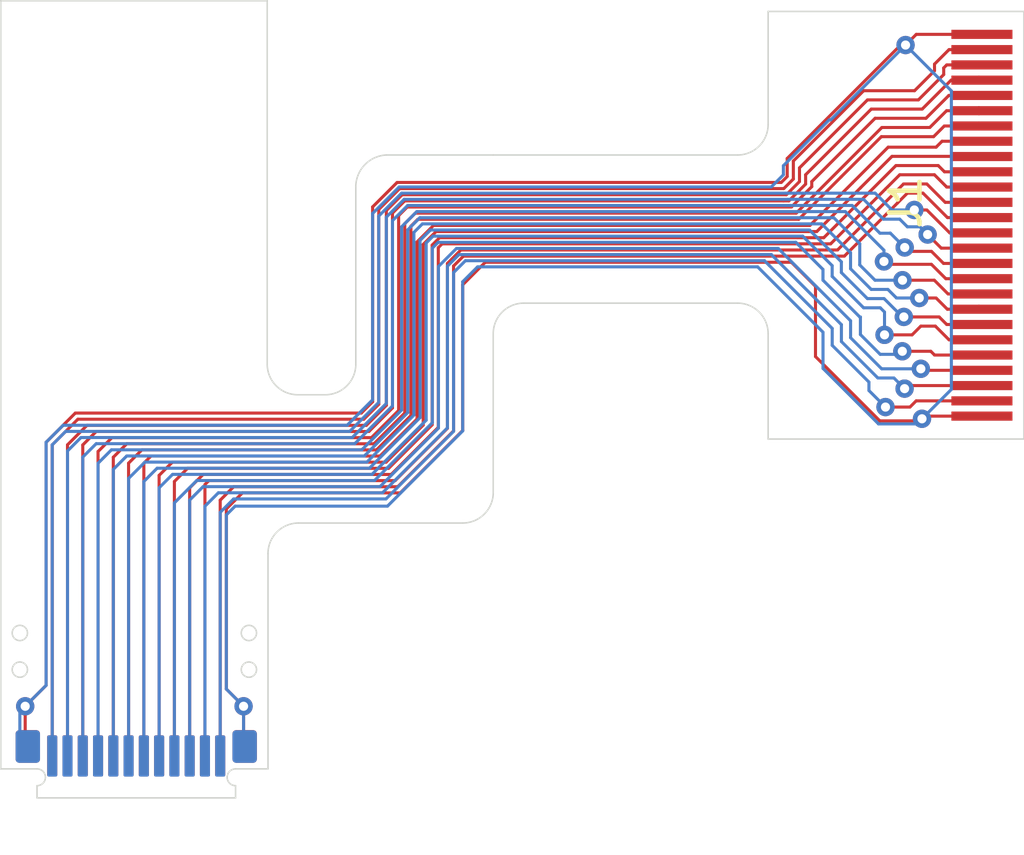
<source format=kicad_pcb>
(kicad_pcb (version 20241229) (generator "pcbnew") (generator_version "9.0")
  (layers (0 "F.Cu" signal) (2 "B.Cu" signal) (13 "F.Paste" user) (15 "B.Paste" user) (5 "F.SilkS" user "F.Silkscreen") (7 "B.SilkS" user "B.Silkscreen") (1 "F.Mask" user) (3 "B.Mask" user) (25 "Edge.Cuts" user))
  (net 0 "")
  (net 1 "Net-(U2-23)")
  (net 2 "Net-(U2-21)")
  (net 3 "Net-(U1-1)")
  (net 4 "Net-(U2-14)")
  (net 5 "Net-(U1-11)")
  (net 6 "Net-(U1-8)")
  (net 7 "Net-(U1-4)")
  (net 8 "Net-(U1-7)")
  (net 9 "Net-(U1-6)")
  (net 10 "Net-(U2-18)")
  (net 11 "Net-(U2-16)")
  (net 12 "Net-(U2-13)")
  (net 13 "Net-(U1-10)")
  (net 14 "Net-(U1-2)")
  (net 15 "Net-(U1-5)")
  (net 16 "Net-(U1-0)")
  (net 17 "Net-(U2-20)")
  (net 18 "Net-(U2-22)")
  (net 19 "Net-(U2-17)")
  (net 20 "Net-(U2-15)")
  (net 21 "GND")
  (net 22 "Net-(U2-19)")
  (net 23 "Net-(U2-12)")
  (net 24 "Net-(U1-9)")
  (net 25 "Net-(U1-3)")
  (footprint "USBPlug:699C124-2A6-111 USB Plug_first half" (layer "F.Cu") (at 135.06 92.225)
    (property "Reference" "U1" (hide yes))
    (property "Value" "~" (hide yes))
    (pad "0" smd roundrect (at -2.5 3) (size 0.33 1.35) (layers "F.Cu" "F.Mask" "F.Paste") (roundrect_rratio 0.1515151515) (net 16 "Net-(U1-0)"))
    (pad "1" smd roundrect (at -2 3) (size 0.33 1.35) (layers "F.Cu" "F.Mask" "F.Paste") (roundrect_rratio 0.1515151515) (net 3 "Net-(U1-1)"))
    (pad "2" smd roundrect (at -1.5 3) (size 0.33 1.35) (layers "F.Cu" "F.Mask" "F.Paste") (roundrect_rratio 0.1515151515) (net 14 "Net-(U1-2)"))
    (pad "3" smd roundrect (at -1 3) (size 0.33 1.35) (layers "F.Cu" "F.Mask" "F.Paste") (roundrect_rratio 0.1515151515) (net 25 "Net-(U1-3)"))
    (pad "4" smd roundrect (at -0.5 3) (size 0.33 1.35) (layers "F.Cu" "F.Mask" "F.Paste") (roundrect_rratio 0.1515151515) (net 7 "Net-(U1-4)"))
    (pad "5" smd roundrect (at 0 3) (size 0.33 1.35) (layers "F.Cu" "F.Mask" "F.Paste") (roundrect_rratio 0.1515151515) (net 15 "Net-(U1-5)"))
    (pad "6" smd roundrect (at 0.5 3) (size 0.33 1.35) (layers "F.Cu" "F.Mask" "F.Paste") (roundrect_rratio 0.1515151515) (net 9 "Net-(U1-6)"))
    (pad "7" smd roundrect (at 1 3) (size 0.33 1.35) (layers "F.Cu" "F.Mask" "F.Paste") (roundrect_rratio 0.1515151515) (net 8 "Net-(U1-7)"))
    (pad "8" smd roundrect (at 1.5 3) (size 0.33 1.35) (layers "F.Cu" "F.Mask" "F.Paste") (roundrect_rratio 0.1515151515) (net 6 "Net-(U1-8)"))
    (pad "9" smd roundrect (at 2 3) (size 0.33 1.35) (layers "F.Cu" "F.Mask" "F.Paste") (roundrect_rratio 0.1515151515) (net 24 "Net-(U1-9)"))
    (pad "10" smd roundrect (at 2.5 3) (size 0.33 1.35) (layers "F.Cu" "F.Mask" "F.Paste") (roundrect_rratio 0.1515151515) (net 13 "Net-(U1-10)"))
    (pad "11" smd roundrect (at 3 3) (size 0.33 1.35) (layers "F.Cu" "F.Mask" "F.Paste") (roundrect_rratio 0.1515151515) (net 5 "Net-(U1-11)"))
    (pad "24" smd roundrect (at -3 3 180) (size 0.8 1.07) (drill (offset 0.3 0.31)) (layers "F.Cu" "F.Mask" "F.Paste") (roundrect_rratio 0.15) (net 21 "GND"))
    (pad "25" smd roundrect (at 3.5 3) (size 0.8 1.07) (drill (offset 0.3 -0.31)) (layers "F.Cu" "F.Mask" "F.Paste") (roundrect_rratio 0.15) (net 21 "GND"))
  )
  (footprint "FPC Connector:FPC_Connector_Kontakte" (layer "F.Cu") (at 159.65 77.85 -90)
    (property "Reference" "J1" (at -0.75 -0.85 90) (layer "F.SilkS"))
    (property "Value" "6871XX149022_FPC Connector" (hide yes))
    (pad "1" connect rect (at -6.25 -3.35 270) (size 0.3 2) (layers "F.Cu" "F.Mask") (net 21 "GND"))
    (pad "2" connect rect (at -5.75 -3.35 270) (size 0.3 2) (layers "F.Cu" "F.Mask") (net 16 "Net-(U1-0)"))
    (pad "3" connect rect (at -5.25 -3.35 270) (size 0.3 2) (layers "F.Cu" "F.Mask") (net 3 "Net-(U1-1)"))
    (pad "4" connect rect (at -4.75 -3.35 270) (size 0.3 2) (layers "F.Cu" "F.Mask") (net 14 "Net-(U1-2)"))
    (pad "5" connect rect (at -4.25 -3.35 270) (size 0.3 2) (layers "F.Cu" "F.Mask") (net 25 "Net-(U1-3)"))
    (pad "6" connect rect (at -3.75 -3.35 270) (size 0.3 2) (layers "F.Cu" "F.Mask") (net 7 "Net-(U1-4)"))
    (pad "7" connect rect (at -3.25 -3.35 270) (size 0.3 2) (layers "F.Cu" "F.Mask") (net 15 "Net-(U1-5)"))
    (pad "8" connect rect (at -2.75 -3.35 270) (size 0.3 2) (layers "F.Cu" "F.Mask") (net 9 "Net-(U1-6)"))
    (pad "9" connect rect (at -2.25 -3.35 270) (size 0.3 2) (layers "F.Cu" "F.Mask") (net 8 "Net-(U1-7)"))
    (pad "10" connect rect (at -1.75 -3.35 270) (size 0.3 2) (layers "F.Cu" "F.Mask") (net 6 "Net-(U1-8)"))
    (pad "11" connect rect (at -1.25 -3.35 270) (size 0.3 2) (layers "F.Cu" "F.Mask") (net 24 "Net-(U1-9)"))
    (pad "12" connect rect (at -0.75 -3.35 270) (size 0.3 2) (layers "F.Cu" "F.Mask") (net 13 "Net-(U1-10)"))
    (pad "13" connect rect (at -0.25 -3.35 270) (size 0.3 2) (layers "F.Cu" "F.Mask") (net 5 "Net-(U1-11)"))
    (pad "14" connect rect (at 0.25 -3.35 270) (size 0.3 2) (layers "F.Cu" "F.Mask") (net 23 "Net-(U2-12)"))
    (pad "15" connect rect (at 0.75 -3.35 270) (size 0.3 2) (layers "F.Cu" "F.Mask") (net 12 "Net-(U2-13)"))
    (pad "16" connect rect (at 1.25 -3.35 270) (size 0.3 2) (layers "F.Cu" "F.Mask") (net 4 "Net-(U2-14)"))
    (pad "17" connect rect (at 1.75 -3.35 270) (size 0.3 2) (layers "F.Cu" "F.Mask") (net 20 "Net-(U2-15)"))
    (pad "18" connect rect (at 2.25 -3.35 270) (size 0.3 2) (layers "F.Cu" "F.Mask") (net 11 "Net-(U2-16)"))
    (pad "19" connect rect (at 2.75 -3.35 270) (size 0.3 2) (layers "F.Cu" "F.Mask") (net 19 "Net-(U2-17)"))
    (pad "20" connect rect (at 3.25 -3.35 270) (size 0.3 2) (layers "F.Cu" "F.Mask") (net 10 "Net-(U2-18)"))
    (pad "21" connect rect (at 3.75 -3.35 270) (size 0.3 2) (layers "F.Cu" "F.Mask") (net 22 "Net-(U2-19)"))
    (pad "22" connect rect (at 4.25 -3.35 270) (size 0.3 2) (layers "F.Cu" "F.Mask") (net 17 "Net-(U2-20)"))
    (pad "23" connect rect (at 4.75 -3.35 270) (size 0.3 2) (layers "F.Cu" "F.Mask") (net 2 "Net-(U2-21)"))
    (pad "24" connect rect (at 5.25 -3.35 270) (size 0.3 2) (layers "F.Cu" "F.Mask") (net 18 "Net-(U2-22)"))
    (pad "25" connect rect (at 5.75 -3.35 270) (size 0.3 2) (layers "F.Cu" "F.Mask") (net 1 "Net-(U2-23)"))
    (pad "26" connect rect (at 6.25 -3.35 270) (size 0.3 2) (layers "F.Cu" "F.Mask") (net 21 "GND"))
  )
  (footprint "USBPlug:699C124-2A6-111 USB Plug_second half" (layer "B.Cu") (at 135.0604 98.2278)
    (property "Reference" "U2" (hide yes))
    (property "Value" "~")
    (pad "12" smd roundrect (at -2.5 -3) (size 0.33 1.35) (layers "B.Cu" "B.Mask" "B.Paste") (roundrect_rratio 0.1515151515) (net 23 "Net-(U2-12)"))
    (pad "13" smd roundrect (at -2 -3) (size 0.33 1.35) (layers "B.Cu" "B.Mask" "B.Paste") (roundrect_rratio 0.1515151515) (net 12 "Net-(U2-13)"))
    (pad "14" smd roundrect (at -1.5 -3) (size 0.33 1.35) (layers "B.Cu" "B.Mask" "B.Paste") (roundrect_rratio 0.1515151515) (net 4 "Net-(U2-14)"))
    (pad "15" smd roundrect (at -1 -3) (size 0.33 1.35) (layers "B.Cu" "B.Mask" "B.Paste") (roundrect_rratio 0.1515151515) (net 20 "Net-(U2-15)"))
    (pad "16" smd roundrect (at -0.5 -3) (size 0.33 1.35) (layers "B.Cu" "B.Mask" "B.Paste") (roundrect_rratio 0.1515151515) (net 11 "Net-(U2-16)"))
    (pad "17" smd roundrect (at 0 -3) (size 0.33 1.35) (layers "B.Cu" "B.Mask" "B.Paste") (roundrect_rratio 0.1515151515) (net 19 "Net-(U2-17)"))
    (pad "18" smd roundrect (at 0.5 -3) (size 0.33 1.35) (layers "B.Cu" "B.Mask" "B.Paste") (roundrect_rratio 0.1515151515) (net 10 "Net-(U2-18)"))
    (pad "19" smd roundrect (at 1 -3) (size 0.33 1.35) (layers "B.Cu" "B.Mask" "B.Paste") (roundrect_rratio 0.1515151515) (net 22 "Net-(U2-19)"))
    (pad "20" smd roundrect (at 1.5 -3) (size 0.33 1.35) (layers "B.Cu" "B.Mask" "B.Paste") (roundrect_rratio 0.1515151515) (net 17 "Net-(U2-20)"))
    (pad "21" smd roundrect (at 2 -3) (size 0.33 1.35) (layers "B.Cu" "B.Mask" "B.Paste") (roundrect_rratio 0.1515151515) (net 2 "Net-(U2-21)"))
    (pad "22" smd roundrect (at 2.5 -3) (size 0.33 1.35) (layers "B.Cu" "B.Mask" "B.Paste") (roundrect_rratio 0.1515151515) (net 18 "Net-(U2-22)"))
    (pad "23" smd roundrect (at 3 -3) (size 0.33 1.35) (layers "B.Cu" "B.Mask" "B.Paste") (roundrect_rratio 0.1515151515) (net 1 "Net-(U2-23)"))
    (pad "26" smd roundrect (at -3 -3.3 180) (size 0.8 1.07) (drill (offset 0.3 0.01)) (layers "B.Cu" "B.Mask" "B.Paste") (roundrect_rratio 0.15) (net 21 "GND"))
    (pad "27" smd roundrect (at 3.5 -3.3) (size 0.8 1.07) (drill (offset 0.3 -0.01)) (layers "B.Cu" "B.Mask" "B.Paste") (roundrect_rratio 0.15) (net 21 "GND"))
  )
  (gr_line (start 131.5 94.8) (end 131.5 93.6) (stroke (width 0.1)) (layer "B.Cu") (net 21))
  (gr_arc (start 147 86.6) (mid 146.707107 87.307107) (end 146 87.6) (stroke (width 0.05)) (layer "Edge.Cuts"))
  (gr_line (start 132.0625 96.2) (end 132.0625 96.6) (stroke (width 0.05)) (layer "Edge.Cuts"))
  (gr_line (start 138.5625 96.2) (end 138.5625 96.6) (stroke (width 0.05)) (layer "Edge.Cuts"))
  (gr_circle (center 139 92.4) (end 138.75 92.4) (stroke (width 0.05)) (fill no) (layer "Edge.Cuts"))
  (gr_arc (start 140.6 83.4) (mid 139.892893 83.107107) (end 139.6 82.4) (stroke (width 0.05)) (layer "Edge.Cuts"))
  (gr_line (start 142.5 82.4) (end 142.5 76.6) (stroke (width 0.05)) (layer "Edge.Cuts"))
  (gr_line (start 140.6 83.4) (end 141.5 83.4) (stroke (width 0.05)) (layer "Edge.Cuts"))
  (gr_line (start 155 75.55) (end 147 75.55) (stroke (width 0.05)) (layer "Edge.Cuts"))
  (gr_line (start 139.6 70.5) (end 130.875 70.5) (stroke (width 0.05)) (layer "Edge.Cuts"))
  (gr_arc (start 155 80.4) (mid 155.707107 80.692893) (end 156 81.4) (stroke (width 0.05)) (layer "Edge.Cuts"))
  (gr_line (start 148 80.4) (end 155 80.4) (stroke (width 0.05)) (layer "Edge.Cuts"))
  (gr_line (start 140.625 87.6) (end 146 87.6) (stroke (width 0.05)) (layer "Edge.Cuts"))
  (gr_arc (start 132.0625 95.65) (mid 132.3375 95.925) (end 132.0625 96.2) (stroke (width 0.05)) (layer "Edge.Cuts"))
  (gr_circle (center 131.5 91.2) (end 131.25 91.2) (stroke (width 0.05)) (fill no) (layer "Edge.Cuts"))
  (gr_arc (start 156 74.55) (mid 155.707107 75.257107) (end 155 75.55) (stroke (width 0.05)) (layer "Edge.Cuts"))
  (gr_line (start 147 86.6) (end 147 81.4) (stroke (width 0.05)) (layer "Edge.Cuts"))
  (gr_line (start 132.0625 95.65) (end 130.875 95.65) (stroke (width 0.05)) (layer "Edge.Cuts"))
  (gr_line (start 138.5625 95.65) (end 139.625 95.65) (stroke (width 0.05)) (layer "Edge.Cuts"))
  (gr_arc (start 138.5625 96.2) (mid 138.2875 95.925) (end 138.5625 95.65) (stroke (width 0.05)) (layer "Edge.Cuts"))
  (gr_line (start 156 81.4) (end 156 84.85) (stroke (width 0.05)) (layer "Edge.Cuts"))
  (gr_line (start 156 70.85) (end 156 74.55) (stroke (width 0.05)) (layer "Edge.Cuts"))
  (gr_arc (start 147 81.4) (mid 147.292893 80.692893) (end 148 80.4) (stroke (width 0.05)) (layer "Edge.Cuts"))
  (gr_circle (center 131.5 92.4) (end 131.25 92.4) (stroke (width 0.05)) (fill no) (layer "Edge.Cuts"))
  (gr_line (start 164.375 84.85) (end 164.375 70.85) (stroke (width 0.05)) (layer "Edge.Cuts"))
  (gr_line (start 156 84.85) (end 164.375 84.85) (stroke (width 0.05)) (layer "Edge.Cuts"))
  (gr_line (start 139.6 82.4) (end 139.6 70.5) (stroke (width 0.05)) (layer "Edge.Cuts"))
  (gr_line (start 138.5625 96.6) (end 132.0625 96.6) (stroke (width 0.05)) (layer "Edge.Cuts"))
  (gr_arc (start 142.49881 76.6) (mid 142.789224 75.874589) (end 143.5 75.55) (stroke (width 0.05)) (layer "Edge.Cuts"))
  (gr_line (start 164.375 70.85) (end 156 70.85) (stroke (width 0.05)) (layer "Edge.Cuts"))
  (gr_arc (start 142.5 82.4) (mid 142.207107 83.107107) (end 141.5 83.4) (stroke (width 0.05)) (layer "Edge.Cuts"))
  (gr_circle (center 139 91.2) (end 138.75 91.2) (stroke (width 0.05)) (fill no) (layer "Edge.Cuts"))
  (gr_line (start 139.625 95.65) (end 139.625 88.6) (stroke (width 0.05)) (layer "Edge.Cuts"))
  (gr_arc (start 139.625 88.6) (mid 139.917893 87.892893) (end 140.625 87.6) (stroke (width 0.05)) (layer "Edge.Cuts"))
  (gr_line (start 147 75.55) (end 143.5 75.55) (stroke (width 0.05)) (layer "Edge.Cuts"))
  (gr_line (start 130.875 95.65) (end 130.875 70.5) (stroke (width 0.05)) (layer "Edge.Cuts"))
  (segment (start 159.842933 83.80355) (end 160.643717 83.80355) (width 0.1) (layer "F.Cu") (net 1))
  (segment (start 160.643717 83.80355) (end 160.847267 83.6) (width 0.1) (layer "F.Cu") (net 1))
  (segment (start 160.847267 83.6) (end 163 83.6) (width 0.1) (layer "F.Cu") (net 1))
  (via (at 159.842933 83.80355) (size 0.6) (drill 0.3) (layers "F.Cu" "B.Cu") (net 1))
  (segment (start 145.701 79.399) (end 146.089 79.011) (width 0.1) (layer "B.Cu") (net 1))
  (segment (start 159.301 83.261617) (end 159.842933 83.80355) (width 0.1) (layer "B.Cu") (net 1))
  (segment (start 138.0604 87.2506) (end 138.5 86.811) (width 0.1) (layer "B.Cu") (net 1))
  (segment (start 159.301 82.985084) (end 159.301 83.261617) (width 0.1) (layer "B.Cu") (net 1))
  (segment (start 145.701 84.599) (end 145.701 79.399) (width 0.1) (layer "B.Cu") (net 1))
  (segment (start 158.098288 81.782372) (end 159.301 82.985084) (width 0.1) (layer "B.Cu") (net 1))
  (segment (start 156.035127 79.164873) (end 158.098288 81.228034) (width 0.1) (layer "B.Cu") (net 1))
  (segment (start 155.881254 79.011) (end 156.035127 79.164873) (width 0.1) (layer "B.Cu") (net 1))
  (segment (start 143.489 86.811) (end 145.701 84.599) (width 0.1) (layer "B.Cu") (net 1))
  (segment (start 146.089 79.011) (end 155.881254 79.011) (width 0.1) (layer "B.Cu") (net 1))
  (segment (start 138.0604 95.2278) (end 138.0604 87.2506) (width 0.1) (layer "B.Cu") (net 1))
  (segment (start 158.098288 81.228034) (end 158.098288 81.782372) (width 0.1) (layer "B.Cu") (net 1))
  (segment (start 138.5 86.811) (end 143.489 86.811) (width 0.1) (layer "B.Cu") (net 1))
  (segment (start 161.05 82.6) (end 163 82.6) (width 0.1) (layer "F.Cu") (net 2))
  (segment (start 161 82.55) (end 161.05 82.6) (width 0.1) (layer "F.Cu") (net 2))
  (via (at 161 82.55) (size 0.6) (drill 0.3) (layers "F.Cu" "B.Cu") (net 2))
  (segment (start 137.5 86.409) (end 143.291 86.409) (width 0.1) (layer "B.Cu") (net 2))
  (segment (start 158.700288 80.978678) (end 158.700288 81.533016) (width 0.1) (layer "B.Cu") (net 2))
  (segment (start 145.797001 78.609) (end 156.33061 78.609) (width 0.1) (layer "B.Cu") (net 2))
  (segment (start 159.717272 82.55) (end 161 82.55) (width 0.1) (layer "B.Cu") (net 2))
  (segment (start 137.0604 95.2278) (end 137.0604 86.8486) (width 0.1) (layer "B.Cu") (net 2))
  (segment (start 137.0604 86.8486) (end 137.5 86.409) (width 0.1) (layer "B.Cu") (net 2))
  (segment (start 156.33061 78.609) (end 158.700288 80.978678) (width 0.1) (layer "B.Cu") (net 2))
  (segment (start 143.291 86.409) (end 145.206003 84.493997) (width 0.1) (layer "B.Cu") (net 2))
  (segment (start 145.206003 84.493997) (end 145.206001 79.2) (width 0.1) (layer "B.Cu") (net 2))
  (segment (start 145.206001 79.2) (end 145.797001 78.609) (width 0.1) (layer "B.Cu") (net 2))
  (segment (start 158.700288 81.533016) (end 159.717272 82.55) (width 0.1) (layer "B.Cu") (net 2))
  (segment (start 160.91961 73.746) (end 161.749 72.91661) (width 0.1) (layer "F.Cu") (net 3))
  (segment (start 161.848 72.6) (end 163 72.6) (width 0.1) (layer "F.Cu") (net 3))
  (segment (start 143.5 77.368512) (end 144.017512 76.851) (width 0.1) (layer "F.Cu") (net 3))
  (segment (start 161.749 72.699) (end 161.848 72.6) (width 0.1) (layer "F.Cu") (net 3))
  (segment (start 156.596069 76.851) (end 157.027 76.420066) (width 0.1) (layer "F.Cu") (net 3))
  (segment (start 159.252644 73.746) (end 160.91961 73.746) (width 0.1) (layer "F.Cu") (net 3))
  (segment (start 144.017512 76.851) (end 156.596069 76.851) (width 0.1) (layer "F.Cu") (net 3))
  (segment (start 133.06 85.04) (end 133.698 84.402) (width 0.1) (layer "F.Cu") (net 3))
  (segment (start 142.845746 84.402) (end 143.5 83.747746) (width 0.1) (layer "F.Cu") (net 3))
  (segment (start 133.06 95.225) (end 133.06 85.04) (width 0.1) (layer "F.Cu") (net 3))
  (segment (start 161.749 72.91661) (end 161.749 72.699) (width 0.1) (layer "F.Cu") (net 3))
  (segment (start 157.027 75.971644) (end 159.252644 73.746) (width 0.1) (layer "F.Cu") (net 3))
  (segment (start 143.5 83.747746) (end 143.5 77.368512) (width 0.1) (layer "F.Cu") (net 3))
  (segment (start 133.698 84.402) (end 142.845746 84.402) (width 0.1) (layer "F.Cu") (net 3))
  (segment (start 157.027 76.420066) (end 157.027 75.971644) (width 0.1) (layer "F.Cu") (net 3))
  (segment (start 161.348131 78.704983) (end 161.743148 79.1) (width 0.1) (layer "F.Cu") (net 4))
  (segment (start 160.598166 78.704983) (end 161.348131 78.704983) (width 0.1) (layer "F.Cu") (net 4))
  (segment (start 161.743148 79.1) (end 163 79.1) (width 0.1) (layer "F.Cu") (net 4))
  (segment (start 160.471591 78.578409) (end 160.598166 78.704983) (width 0.1) (layer "F.Cu") (net 4))
  (via (at 160.471591 78.578409) (size 0.6) (drill 0.3) (layers "F.Cu" "B.Cu") (net 4))
  (segment (start 133.5604 85.4416) (end 134 85.002) (width 0.1) (layer "B.Cu") (net 4))
  (segment (start 159.995707 78.11111) (end 160 78.106817) (width 0.1) (layer "B.Cu") (net 4))
  (segment (start 143.701 77.699) (end 144.198 77.202) (width 0.1) (layer "B.Cu") (net 4))
  (segment (start 160 78.106817) (end 160.471591 78.578409) (width 0.1) (layer "B.Cu") (net 4))
  (segment (start 134 85.002) (end 142.466512 85.002) (width 0.1) (layer "B.Cu") (net 4))
  (segment (start 158.752 77.202) (end 159.66111 78.11111) (width 0.1) (layer "B.Cu") (net 4))
  (segment (start 142.466512 85.002) (end 143.701 83.767512) (width 0.1) (layer "B.Cu") (net 4))
  (segment (start 143.701 83.767512) (end 143.701 77.699) (width 0.1) (layer "B.Cu") (net 4))
  (segment (start 159.66111 78.11111) (end 159.995707 78.11111) (width 0.1) (layer "B.Cu") (net 4))
  (segment (start 144.198 77.202) (end 158.752 77.202) (width 0.1) (layer "B.Cu") (net 4))
  (segment (start 133.5604 95.2278) (end 133.5604 85.4416) (width 0.1) (layer "B.Cu") (net 4))
  (segment (start 161.872322 77.6) (end 163 77.6) (width 0.1) (layer "F.Cu") (net 5))
  (segment (start 138.06 95.225) (end 138.06 86.852) (width 0.1) (layer "F.Cu") (net 5))
  (segment (start 160.236 77.121768) (end 160.558768 76.799) (width 0.1) (layer "F.Cu") (net 5))
  (segment (start 161.071322 76.799) (end 161.872322 77.6) (width 0.1) (layer "F.Cu") (net 5))
  (segment (start 145.701 84.583256) (end 145.701 79.183256) (width 0.1) (layer "F.Cu") (net 5))
  (segment (start 143.872256 86.412) (end 145.701 84.583256) (width 0.1) (layer "F.Cu") (net 5))
  (segment (start 146.023256 78.861) (end 158.496768 78.861) (width 0.1) (layer "F.Cu") (net 5))
  (segment (start 145.701 79.183256) (end 146.023256 78.861) (width 0.1) (layer "F.Cu") (net 5))
  (segment (start 138.5 86.412) (end 143.872256 86.412) (width 0.1) (layer "F.Cu") (net 5))
  (segment (start 160.558768 76.799) (end 161.071322 76.799) (width 0.1) (layer "F.Cu") (net 5))
  (segment (start 138.06 86.852) (end 138.5 86.412) (width 0.1) (layer "F.Cu") (net 5))
  (segment (start 158.496768 78.861) (end 160.236 77.121768) (width 0.1) (layer "F.Cu") (net 5))
  (segment (start 136.56 95.225) (end 136.56 86.24) (width 0.1) (layer "F.Cu") (net 6))
  (segment (start 143.575256 85.809) (end 145 84.384256) (width 0.1) (layer "F.Cu") (net 6))
  (segment (start 136.56 86.24) (end 136.991 85.809) (width 0.1) (layer "F.Cu") (net 6))
  (segment (start 161.773678 76.1) (end 163 76.1) (width 0.1) (layer "F.Cu") (net 6))
  (segment (start 145 84.384256) (end 145 78.5) (width 0.1) (layer "F.Cu") (net 6))
  (segment (start 159.334 76.746734) (end 160.184734 75.896) (width 0.1) (layer "F.Cu") (net 6))
  (segment (start 157.822734 78.258) (end 159.334 76.746734) (width 0.1) (layer "F.Cu") (net 6))
  (segment (start 145 78.5) (end 145.242 78.258) (width 0.1) (layer "F.Cu") (net 6))
  (segment (start 136.991 85.809) (end 143.575256 85.809) (width 0.1) (layer "F.Cu") (net 6))
  (segment (start 161.569678 75.896) (end 161.773678 76.1) (width 0.1) (layer "F.Cu") (net 6))
  (segment (start 145.242 78.258) (end 157.822734 78.258) (width 0.1) (layer "F.Cu") (net 6))
  (segment (start 160.184734 75.896) (end 161.569678 75.896) (width 0.1) (layer "F.Cu") (net 6))
  (segment (start 143.095517 85.005) (end 144.103002 83.997514) (width 0.1) (layer "F.Cu") (net 7))
  (segment (start 144.103 77.797) (end 144.446 77.454) (width 0.1) (layer "F.Cu") (net 7))
  (segment (start 161.293644 74.649) (end 161.842644 74.1) (width 0.1) (layer "F.Cu") (net 7))
  (segment (start 162.901 74.199) (end 163 74.1) (width 0.1) (layer "F.Cu") (net 7))
  (segment (start 135 85.005) (end 143.095517 85.005) (width 0.1) (layer "F.Cu") (net 7))
  (segment (start 161.842644 74.1) (end 163 74.1) (width 0.1) (layer "F.Cu") (net 7))
  (segment (start 134.56 95.225) (end 134.56 85.445) (width 0.1) (layer "F.Cu") (net 7))
  (segment (start 144.446 77.454) (end 156.918966 77.454) (width 0.1) (layer "F.Cu") (net 7))
  (segment (start 134.56 85.445) (end 135 85.005) (width 0.1) (layer "F.Cu") (net 7))
  (segment (start 162.901 74.001) (end 163 74.1) (width 0.1) (layer "F.Cu") (net 7))
  (segment (start 144.103002 83.997514) (end 144.103 77.797) (width 0.1) (layer "F.Cu") (net 7))
  (segment (start 159.723966 74.649) (end 161.293644 74.649) (width 0.1) (layer "F.Cu") (net 7))
  (segment (start 156.918966 77.454) (end 159.723966 74.649) (width 0.1) (layer "F.Cu") (net 7))
  (segment (start 144.706003 84.393997) (end 144.706002 78.478254) (width 0.1) (layer "F.Cu") (net 8))
  (segment (start 136.06 86.04) (end 136.492 85.608) (width 0.1) (layer "F.Cu") (net 8))
  (segment (start 136.492 85.608) (end 143.492 85.608) (width 0.1) (layer "F.Cu") (net 8))
  (segment (start 162.995 75.595) (end 163 75.6) (width 0.1) (layer "F.Cu") (net 8))
  (segment (start 136.06 95.225) (end 136.06 86.04) (width 0.1) (layer "F.Cu") (net 8))
  (segment (start 160.055 75.595) (end 162.995 75.595) (width 0.1) (layer "F.Cu") (net 8))
  (segment (start 162.901 75.501) (end 163 75.6) (width 0.1) (layer "F.Cu") (net 8))
  (segment (start 157.593 78.057) (end 159.033 76.617) (width 0.1) (layer "F.Cu") (net 8))
  (segment (start 159.033 76.617) (end 160.055 75.595) (width 0.1) (layer "F.Cu") (net 8))
  (segment (start 144.706002 78.478254) (end 145.127256 78.057) (width 0.1) (layer "F.Cu") (net 8))
  (segment (start 143.492 85.608) (end 144.706003 84.393997) (width 0.1) (layer "F.Cu") (net 8))
  (segment (start 145.127256 78.057) (end 157.593 78.057) (width 0.1) (layer "F.Cu") (net 8))
  (segment (start 143.293 85.407) (end 144.505003 84.194997) (width 0.1) (layer "F.Cu") (net 9))
  (segment (start 145.044 77.856) (end 157.368322 77.856) (width 0.1) (layer "F.Cu") (net 9))
  (segment (start 158.762161 76.462161) (end 159.930322 75.294) (width 0.1) (layer "F.Cu") (net 9))
  (segment (start 135.56 85.64) (end 135.793 85.407) (width 0.1) (layer "F.Cu") (net 9))
  (segment (start 135.56 95.225) (end 135.56 85.64) (width 0.1) (layer "F.Cu") (net 9))
  (segment (start 135.793 85.407) (end 143.293 85.407) (width 0.1) (layer "F.Cu") (net 9))
  (segment (start 144.505003 84.194997) (end 144.505002 78.394998) (width 0.1) (layer "F.Cu") (net 9))
  (segment (start 161.5 75.294) (end 161.694 75.1) (width 0.1) (layer "F.Cu") (net 9))
  (segment (start 159.930322 75.294) (end 161.5 75.294) (width 0.1) (layer "F.Cu") (net 9))
  (segment (start 157.368322 77.856) (end 158.762161 76.462161) (width 0.1) (layer "F.Cu") (net 9))
  (segment (start 161.694 75.1) (end 163 75.1) (width 0.1) (layer "F.Cu") (net 9))
  (segment (start 144.505002 78.394998) (end 145.044 77.856) (width 0.1) (layer "F.Cu") (net 9))
  (segment (start 160.442955 80.85221) (end 161.60021 80.85221) (width 0.1) (layer "F.Cu") (net 10))
  (segment (start 161.848 81.1) (end 163 81.1) (width 0.1) (layer "F.Cu") (net 10))
  (segment (start 161.60021 80.85221) (end 161.848 81.1) (width 0.1) (layer "F.Cu") (net 10))
  (via (at 160.442955 80.85221) (size 0.6) (drill 0.3) (layers "F.Cu" "B.Cu") (net 10))
  (segment (start 144.603001 84.149769) (end 144.603001 78.346999) (width 0.1) (layer "B.Cu") (net 10))
  (segment (start 157.356 78.006) (end 158.398 79.048) (width 0.1) (layer "B.Cu") (net 10))
  (segment (start 159.79709 80.252) (end 160.3973 80.85221) (width 0.1) (layer "B.Cu") (net 10))
  (segment (start 144.944 78.006) (end 157.356 78.006) (width 0.1) (layer "B.Cu") (net 10))
  (segment (start 135.994 85.806) (end 142.946771 85.806) (width 0.1) (layer "B.Cu") (net 10))
  (segment (start 135.5604 86.2396) (end 135.994 85.806) (width 0.1) (layer "B.Cu") (net 10))
  (segment (start 135.5604 95.2278) (end 135.5604 86.2396) (width 0.1) (layer "B.Cu") (net 10))
  (segment (start 144.603001 78.346999) (end 144.944 78.006) (width 0.1) (layer "B.Cu") (net 10))
  (segment (start 159.250644 80.252) (end 159.79709 80.252) (width 0.1) (layer "B.Cu") (net 10))
  (segment (start 158.398 79.399356) (end 159.250644 80.252) (width 0.1) (layer "B.Cu") (net 10))
  (segment (start 160.3973 80.85221) (end 160.442955 80.85221) (width 0.1) (layer "B.Cu") (net 10))
  (segment (start 142.946771 85.806) (end 144.603001 84.149769) (width 0.1) (layer "B.Cu") (net 10))
  (segment (start 158.398 79.048) (end 158.398 79.399356) (width 0.1) (layer "B.Cu") (net 10))
  (segment (start 161.891792 80.1) (end 163 80.1) (width 0.1) (layer "F.Cu") (net 11))
  (segment (start 162.901 80.001) (end 163 80.1) (width 0.1) (layer "F.Cu") (net 11))
  (segment (start 160.4 79.65) (end 161.441792 79.65) (width 0.1) (layer "F.Cu") (net 11))
  (segment (start 161.441792 79.65) (end 161.891792 80.1) (width 0.1) (layer "F.Cu") (net 11))
  (via (at 160.4 79.65) (size 0.6) (drill 0.3) (layers "F.Cu" "B.Cu") (net 11))
  (segment (start 159 79.15) (end 159.5 79.65) (width 0.1) (layer "B.Cu") (net 11))
  (segment (start 144.201 83.983256) (end 144.201 78) (width 0.1) (layer "B.Cu") (net 11))
  (segment (start 144.201 78) (end 144.597 77.604) (width 0.1) (layer "B.Cu") (net 11))
  (segment (start 159 78.454) (end 159 79.15) (width 0.1) (layer "B.Cu") (net 11))
  (segment (start 134.5604 95.2278) (end 134.5604 85.8436) (width 0.1) (layer "B.Cu") (net 11))
  (segment (start 158.15 77.604) (end 159 78.454) (width 0.1) (layer "B.Cu") (net 11))
  (segment (start 134.5604 85.8436) (end 135 85.404) (width 0.1) (layer "B.Cu") (net 11))
  (segment (start 144.597 77.604) (end 158.15 77.604) (width 0.1) (layer "B.Cu") (net 11))
  (segment (start 135 85.404) (end 142.780257 85.404) (width 0.1) (layer "B.Cu") (net 11))
  (segment (start 142.780257 85.404) (end 144.201 83.983256) (width 0.1) (layer "B.Cu") (net 11))
  (segment (start 159.5 79.65) (end 160.4 79.65) (width 0.1) (layer "B.Cu") (net 11))
  (segment (start 161.222809 78.153983) (end 161.668826 78.6) (width 0.1) (layer "F.Cu") (net 12))
  (segment (start 161.668826 78.6) (end 163 78.6) (width 0.1) (layer "F.Cu") (net 12))
  (via (at 161.222809 78.153983) (size 0.6) (drill 0.3) (layers "F.Cu" "B.Cu") (net 12))
  (segment (start 160.969826 77.901) (end 161.222809 78.153983) (width 0.1) (layer "B.Cu") (net 12))
  (segment (start 159.775322 77.651) (end 160.308768 77.651) (width 0.1) (layer "B.Cu") (net 12))
  (segment (start 142.383256 84.801) (end 143.5 83.684256) (width 0.1) (layer "B.Cu") (net 12))
  (segment (start 133.0604 95.2278) (end 133.0604 85.2406) (width 0.1) (layer "B.Cu") (net 12))
  (segment (start 133.5 84.801) (end 142.383256 84.801) (width 0.1) (layer "B.Cu") (net 12))
  (segment (start 159.125322 77.001) (end 159.775322 77.651) (width 0.1) (layer "B.Cu") (net 12))
  (segment (start 143.5 77.584256) (end 144.083256 77.001) (width 0.1) (layer "B.Cu") (net 12))
  (segment (start 160.308768 77.651) (end 160.558768 77.901) (width 0.1) (layer "B.Cu") (net 12))
  (segment (start 160.558768 77.901) (end 160.969826 77.901) (width 0.1) (layer "B.Cu") (net 12))
  (segment (start 143.5 83.684256) (end 143.5 77.584256) (width 0.1) (layer "B.Cu") (net 12))
  (segment (start 144.083256 77.001) (end 159.125322 77.001) (width 0.1) (layer "B.Cu") (net 12))
  (segment (start 133.0604 85.2406) (end 133.5 84.801) (width 0.1) (layer "B.Cu") (net 12))
  (segment (start 145.5 84.5) (end 145.5 79.1) (width 0.1) (layer "F.Cu") (net 13))
  (segment (start 158.27209 78.66) (end 160.43409 76.498) (width 0.1) (layer "F.Cu") (net 13))
  (segment (start 162.151 77.001) (end 162.239678 77.089678) (width 0.1) (layer "F.Cu") (net 13))
  (segment (start 161.196 76.498) (end 161.798 77.1) (width 0.1) (layer "F.Cu") (net 13))
  (segment (start 145.5 79.1) (end 145.94 78.66) (width 0.1) (layer "F.Cu") (net 13))
  (segment (start 137.56 95.225) (end 137.56 86.34) (width 0.1) (layer "F.Cu") (net 13))
  (segment (start 160.43409 76.498) (end 161.196 76.498) (width 0.1) (layer "F.Cu") (net 13))
  (segment (start 162.239678 77.089678) (end 162.989678 77.089678) (width 0.1) (layer "F.Cu") (net 13))
  (segment (start 137.56 86.34) (end 137.689 86.211) (width 0.1) (layer "F.Cu") (net 13))
  (segment (start 137.689 86.211) (end 143.789 86.211) (width 0.1) (layer "F.Cu") (net 13))
  (segment (start 162.989678 77.089678) (end 163 77.1) (width 0.1) (layer "F.Cu") (net 13))
  (segment (start 145.94 78.66) (end 158.27209 78.66) (width 0.1) (layer "F.Cu") (net 13))
  (segment (start 143.789 86.211) (end 145.5 84.5) (width 0.1) (layer "F.Cu") (net 13))
  (segment (start 161.798 77.1) (end 163 77.1) (width 0.1) (layer "F.Cu") (net 13))
  (segment (start 161.991288 73.1) (end 161.044288 74.047) (width 0.1) (layer "F.Cu") (net 14))
  (segment (start 143.701 83.831002) (end 142.929003 84.603) (width 0.1) (layer "F.Cu") (net 14))
  (segment (start 157.228 76.503323) (end 156.679326 77.052) (width 0.1) (layer "F.Cu") (net 14))
  (segment (start 159.377322 74.047) (end 157.228 76.196322) (width 0.1) (layer "F.Cu") (net 14))
  (segment (start 142.929003 84.603) (end 134 84.603) (width 0.1) (layer "F.Cu") (net 14))
  (segment (start 163 73.1) (end 162.901 73.001) (width 0.1) (layer "F.Cu") (net 14))
  (segment (start 144.100768 77.052) (end 143.701 77.451768) (width 0.1) (layer "F.Cu") (net 14))
  (segment (start 161.044288 74.047) (end 159.377322 74.047) (width 0.1) (layer "F.Cu") (net 14))
  (segment (start 156.5 77.052) (end 144.100768 77.052) (width 0.1) (layer "F.Cu") (net 14))
  (segment (start 163 73.1) (end 161.991288 73.1) (width 0.1) (layer "F.Cu") (net 14))
  (segment (start 156.679326 77.052) (end 156.5 77.052) (width 0.1) (layer "F.Cu") (net 14))
  (segment (start 133.56 85.043) (end 133.56 95.225) (width 0.1) (layer "F.Cu") (net 14))
  (segment (start 143.701 77.451768) (end 143.701 83.831002) (width 0.1) (layer "F.Cu") (net 14))
  (segment (start 134 84.603) (end 133.56 85.043) (width 0.1) (layer "F.Cu") (net 14))
  (segment (start 157.228 76.196322) (end 157.228 76.503323) (width 0.1) (layer "F.Cu") (net 14))
  (segment (start 162.901 74.501) (end 163 74.6) (width 0.1) (layer "F.Cu") (net 15))
  (segment (start 143.178774 85.206) (end 144.304003 84.08077) (width 0.1) (layer "F.Cu") (net 15))
  (segment (start 144.304001 77.880255) (end 144.529256 77.655) (width 0.1) (layer "F.Cu") (net 15))
  (segment (start 135.494 85.206) (end 143.178774 85.206) (width 0.1) (layer "F.Cu") (net 15))
  (segment (start 162.901 74.699) (end 163 74.6) (width 0.1) (layer "F.Cu") (net 15))
  (segment (start 158.389578 76.267644) (end 159.707223 74.95) (width 0.1) (layer "F.Cu") (net 15))
  (segment (start 161.768322 74.6) (end 163 74.6) (width 0.1) (layer "F.Cu") (net 15))
  (segment (start 157.002223 77.655) (end 158.389578 76.267644) (width 0.1) (layer "F.Cu") (net 15))
  (segment (start 135.06 85.64) (end 135.494 85.206) (width 0.1) (layer "F.Cu") (net 15))
  (segment (start 161.418322 74.95) (end 161.768322 74.6) (width 0.1) (layer "F.Cu") (net 15))
  (segment (start 144.529256 77.655) (end 157.002223 77.655) (width 0.1) (layer "F.Cu") (net 15))
  (segment (start 135.06 95.225) (end 135.06 85.64) (width 0.1) (layer "F.Cu") (net 15))
  (segment (start 144.304003 84.08077) (end 144.304001 77.880255) (width 0.1) (layer "F.Cu") (net 15))
  (segment (start 159.707223 74.95) (end 161.418322 74.95) (width 0.1) (layer "F.Cu") (net 15))
  (segment (start 161.448 72.791932) (end 161.448 72.574322) (width 0.1) (layer "F.Cu") (net 16))
  (segment (start 143.252 77.332256) (end 143.934256 76.65) (width 0.1) (layer "F.Cu") (net 16))
  (segment (start 142.762489 84.201) (end 143.252 83.711488) (width 0.1) (layer "F.Cu") (net 16))
  (segment (start 156.826 76.33681) (end 156.826 75.746966) (width 0.1) (layer "F.Cu") (net 16))
  (segment (start 143.252 83.711488) (end 143.252 77.332256) (width 0.1) (layer "F.Cu") (net 16))
  (segment (start 132.56 95.225) (end 132.56 85.04) (width 0.1) (layer "F.Cu") (net 16))
  (segment (start 160.794932 73.445) (end 161.448 72.791932) (width 0.1) (layer "F.Cu") (net 16))
  (segment (start 156.512811 76.65) (end 156.826 76.33681) (width 0.1) (layer "F.Cu") (net 16))
  (segment (start 143.934256 76.65) (end 156.512811 76.65) (width 0.1) (layer "F.Cu") (net 16))
  (segment (start 161.448 72.574322) (end 161.922322 72.1) (width 0.1) (layer "F.Cu") (net 16))
  (segment (start 132.56 85.04) (end 133.399 84.201) (width 0.1) (layer "F.Cu") (net 16))
  (segment (start 159.127966 73.445) (end 160.794932 73.445) (width 0.1) (layer "F.Cu") (net 16))
  (segment (start 156.826 75.746966) (end 159.127966 73.445) (width 0.1) (layer "F.Cu") (net 16))
  (segment (start 133.399 84.201) (end 142.762489 84.201) (width 0.1) (layer "F.Cu") (net 16))
  (segment (start 161.922322 72.1) (end 163 72.1) (width 0.1) (layer "F.Cu") (net 16))
  (segment (start 161.326786 81.976786) (end 161.45 82.1) (width 0.1) (layer "F.Cu") (net 17))
  (segment (start 160.393913 81.976786) (end 161.326786 81.976786) (width 0.1) (layer "F.Cu") (net 17))
  (segment (start 161.45 82.1) (end 163 82.1) (width 0.1) (layer "F.Cu") (net 17))
  (via (at 160.393913 81.976786) (size 0.6) (drill 0.3) (layers "F.Cu" "B.Cu") (net 17))
  (segment (start 145.005001 78.6) (end 145.197001 78.408) (width 0.1) (layer "B.Cu") (net 17))
  (segment (start 136.5604 95.2278) (end 136.5604 86.9396) (width 0.1) (layer "B.Cu") (net 17))
  (segment (start 159.669736 82.076786) (end 160.293913 82.076786) (width 0.1) (layer "B.Cu") (net 17))
  (segment (start 157.796 79.648712) (end 159.001288 80.854) (width 0.1) (layer "B.Cu") (net 17))
  (segment (start 143.113285 86.208) (end 145.005002 84.316282) (width 0.1) (layer "B.Cu") (net 17))
  (segment (start 160.293913 82.076786) (end 160.393913 81.976786) (width 0.1) (layer "B.Cu") (net 17))
  (segment (start 136.5604 86.9396) (end 137.292 86.208) (width 0.1) (layer "B.Cu") (net 17))
  (segment (start 157.796 79.297356) (end 157.796 79.648712) (width 0.1) (layer "B.Cu") (net 17))
  (segment (start 159.001288 80.854) (end 159.021475 80.854) (width 0.1) (layer "B.Cu") (net 17))
  (segment (start 145.005002 84.316282) (end 145.005001 78.6) (width 0.1) (layer "B.Cu") (net 17))
  (segment (start 159.021475 80.854) (end 159.021475 81.428525) (width 0.1) (layer "B.Cu") (net 17))
  (segment (start 156.906644 78.408) (end 157.796 79.297356) (width 0.1) (layer "B.Cu") (net 17))
  (segment (start 137.292 86.208) (end 143.113285 86.208) (width 0.1) (layer "B.Cu") (net 17))
  (segment (start 159.021475 81.428525) (end 159.669736 82.076786) (width 0.1) (layer "B.Cu") (net 17))
  (segment (start 145.197001 78.408) (end 156.906644 78.408) (width 0.1) (layer "B.Cu") (net 17))
  (segment (start 160.568035 83.1) (end 163 83.1) (width 0.1) (layer "F.Cu") (net 18))
  (segment (start 160.468035 83.2) (end 160.568035 83.1) (width 0.1) (layer "F.Cu") (net 18))
  (via (at 160.468035 83.2) (size 0.6) (drill 0.3) (layers "F.Cu" "B.Cu") (net 18))
  (segment (start 138 86.61) (end 143.374257 86.61) (width 0.1) (layer "B.Cu") (net 18))
  (segment (start 145.5 79.190257) (end 145.880257 78.81) (width 0.1) (layer "B.Cu") (net 18))
  (segment (start 156.105932 78.81) (end 158.399288 81.103356) (width 0.1) (layer "B.Cu") (net 18))
  (segment (start 137.5604 87.0496) (end 138 86.61) (width 0.1) (layer "B.Cu") (net 18))
  (segment (start 145.880257 78.81) (end 156.105932 78.81) (width 0.1) (layer "B.Cu") (net 18))
  (segment (start 145.5 84.484256) (end 145.5 79.190257) (width 0.1) (layer "B.Cu") (net 18))
  (segment (start 158.399288 81.103356) (end 158.399288 81.657694) (width 0.1) (layer "B.Cu") (net 18))
  (segment (start 137.5604 95.2278) (end 137.5604 87.0496) (width 0.1) (layer "B.Cu") (net 18))
  (segment (start 160.119035 82.851) (end 160.468035 83.2) (width 0.1) (layer "B.Cu") (net 18))
  (segment (start 143.374257 86.61) (end 145.5 84.484256) (width 0.1) (layer "B.Cu") (net 18))
  (segment (start 158.399288 81.657694) (end 159.592594 82.851) (width 0.1) (layer "B.Cu") (net 18))
  (segment (start 159.592594 82.851) (end 160.119035 82.851) (width 0.1) (layer "B.Cu") (net 18))
  (segment (start 161.867729 80.6) (end 163 80.6) (width 0.1) (layer "F.Cu") (net 19))
  (segment (start 160.948603 80.232271) (end 160.948603 80.301033) (width 0.1) (layer "F.Cu") (net 19))
  (segment (start 161.5 80.232271) (end 161.867729 80.6) (width 0.1) (layer "F.Cu") (net 19))
  (segment (start 162.901 80.501) (end 163 80.6) (width 0.1) (layer "F.Cu") (net 19))
  (segment (start 160.948603 80.232271) (end 161.5 80.232271) (width 0.1) (layer "F.Cu") (net 19))
  (via (at 160.948603 80.232271) (size 0.6) (drill 0.3) (layers "F.Cu" "B.Cu") (net 19))
  (segment (start 135.0604 86.1396) (end 135.595 85.605) (width 0.1) (layer "B.Cu") (net 19))
  (segment (start 144.680256 77.805) (end 157.755 77.805) (width 0.1) (layer "B.Cu") (net 19))
  (segment (start 157.755 77.805) (end 158.699 78.749) (width 0.1) (layer "B.Cu") (net 19))
  (segment (start 144.402001 84.066512) (end 144.402001 78.083255) (width 0.1) (layer "B.Cu") (net 19))
  (segment (start 160.203039 80.232271) (end 160.948603 80.232271) (width 0.1) (layer "B.Cu") (net 19))
  (segment (start 135.595 85.605) (end 142.863514 85.605) (width 0.1) (layer "B.Cu") (net 19))
  (segment (start 159.921768 79.951) (end 160.203039 80.232271) (width 0.1) (layer "B.Cu") (net 19))
  (segment (start 158.699 78.749) (end 158.699 79.274678) (width 0.1) (layer "B.Cu") (net 19))
  (segment (start 144.402001 78.083255) (end 144.680256 77.805) (width 0.1) (layer "B.Cu") (net 19))
  (segment (start 159.375322 79.951) (end 159.921768 79.951) (width 0.1) (layer "B.Cu") (net 19))
  (segment (start 142.863514 85.605) (end 144.402001 84.066512) (width 0.1) (layer "B.Cu") (net 19))
  (segment (start 135.0604 95.2278) (end 135.0604 86.1396) (width 0.1) (layer "B.Cu") (net 19))
  (segment (start 160.948603 80.232271) (end 160.816295 80.364579) (width 0.1) (layer "B.Cu") (net 19))
  (segment (start 158.699 79.274678) (end 159.375322 79.951) (width 0.1) (layer "B.Cu") (net 19))
  (segment (start 161.346879 79.129409) (end 161.81747 79.6) (width 0.1) (layer "F.Cu") (net 20))
  (segment (start 161.81747 79.6) (end 163 79.6) (width 0.1) (layer "F.Cu") (net 20))
  (segment (start 159.886381 79.129409) (end 161.346879 79.129409) (width 0.1) (layer "F.Cu") (net 20))
  (segment (start 159.792395 79.035423) (end 159.886381 79.129409) (width 0.1) (layer "F.Cu") (net 20))
  (via (at 159.792395 79.035423) (size 0.6) (drill 0.3) (layers "F.Cu" "B.Cu") (net 20))
  (segment (start 144 83.9) (end 144 77.9) (width 0.1) (layer "B.Cu") (net 20))
  (segment (start 142.697 85.203) (end 144 83.9) (width 0.1) (layer "B.Cu") (net 20))
  (segment (start 158.527322 77.403) (end 159.792395 78.668073) (width 0.1) (layer "B.Cu") (net 20))
  (segment (start 134.0604 85.6426) (end 134.5 85.203) (width 0.1) (layer "B.Cu") (net 20))
  (segment (start 144.497 77.403) (end 158.527322 77.403) (width 0.1) (layer "B.Cu") (net 20))
  (segment (start 144 77.9) (end 144.497 77.403) (width 0.1) (layer "B.Cu") (net 20))
  (segment (start 134.5 85.203) (end 142.697 85.203) (width 0.1) (layer "B.Cu") (net 20))
  (segment (start 159.792395 78.668073) (end 159.792395 79.035423) (width 0.1) (layer "B.Cu") (net 20))
  (segment (start 134.0604 95.2278) (end 134.0604 85.6426) (width 0.1) (layer "B.Cu") (net 20))
  (segment (start 138.707368 95.077632) (end 138.547383 95.092914) (width 0.1) (layer "F.Cu") (net 21))
  (segment (start 132.359 84.956744) (end 133.315744 84) (width 0.1) (layer "F.Cu") (net 21))
  (segment (start 142.679232 84) (end 143.051 83.628232) (width 0.1) (layer "F.Cu") (net 21))
  (segment (start 131.912104 95.077104) (end 132.072662 95.09244) (width 0.1) (layer "F.Cu") (net 21))
  (segment (start 138.825 93.6) (end 138.261 93.036) (width 0.1) (layer "F.Cu") (net 21))
  (segment (start 146 79.8) (end 146.738 79.062) (width 0.1) (layer "F.Cu") (net 21))
  (segment (start 138.825 93.6) (end 138.825 94.96) (width 0.1) (layer "F.Cu") (net 21))
  (segment (start 131.675 93.6) (end 132.359 92.916) (width 0.1) (layer "F.Cu") (net 21))
  (segment (start 156.625 76.253553) (end 156.625 75.663709) (width 0.1) (layer "F.Cu") (net 21))
  (segment (start 131.675 93.6) (end 131.675 94.84) (width 0.1) (layer "F.Cu") (net 21))
  (segment (start 160.5 71.95) (end 160.85 71.6) (width 0.1) (layer "F.Cu") (net 21))
  (segment (start 138.261 87.139) (end 138.787 86.613) (width 0.1) (layer "F.Cu") (net 21))
  (segment (start 138.261 93.036) (end 138.261 87.139) (width 0.1) (layer "F.Cu") (net 21))
  (segment (start 162.99545 84.10455) (end 163 84.1) (width 0.1) (layer "F.Cu") (net 21))
  (segment (start 146 84.568513) (end 146 79.8) (width 0.1) (layer "F.Cu") (net 21))
  (segment (start 138.825 94.96) (end 138.707368 95.077632) (width 0.1) (layer "F.Cu") (net 21))
  (segment (start 160.85 71.6) (end 163 71.6) (width 0.1) (layer "F.Cu") (net 21))
  (segment (start 160.33871 71.95) (end 160.5 71.95) (width 0.1) (layer "F.Cu") (net 21))
  (segment (start 131.675 94.84) (end 131.912104 95.077104) (width 0.1) (layer "F.Cu") (net 21))
  (segment (start 157.550786 82.149214) (end 159.656122 84.25455) (width 0.1) (layer "F.Cu") (net 21))
  (segment (start 161.125086 84.1) (end 163 84.1) (width 0.1) (layer "F.Cu") (net 21))
  (segment (start 143.851 76.449) (end 156.429554 76.449) (width 0.1) (layer "F.Cu") (net 21))
  (segment (start 146.738 79.062) (end 156.762 79.062) (width 0.1) (layer "F.Cu") (net 21))
  (segment (start 133.315744 84) (end 142.679232 84) (width 0.1) (layer "F.Cu") (net 21))
  (segment (start 161.038068 84.187018) (end 161.125086 84.1) (width 0.1) (layer "F.Cu") (net 21))
  (segment (start 132.359 92.916) (end 132.359 84.956744) (width 0.1) (layer "F.Cu") (net 21))
  (segment (start 143.051 77.248999) (end 143.851 76.449) (width 0.1) (layer "F.Cu") (net 21))
  (segment (start 143.955513 86.613) (end 146 84.568513) (width 0.1) (layer "F.Cu") (net 21))
  (segment (start 156.625 75.663709) (end 160.33871 71.95) (width 0.1) (layer "F.Cu") (net 21))
  (segment (start 156.429554 76.449) (end 156.625 76.253553) (width 0.1) (layer "F.Cu") (net 21))
  (segment (start 156.762 79.062) (end 157.550786 79.850786) (width 0.1) (layer "F.Cu") (net 21))
  (segment (start 160.970536 84.25455) (end 161.038068 84.187018) (width 0.1) (layer "F.Cu") (net 21))
  (segment (start 157.550786 79.850786) (end 157.550786 82.149214) (width 0.1) (layer "F.Cu") (net 21))
  (segment (start 143.051 83.628232) (end 143.051 77.248999) (width 0.1) (layer "F.Cu") (net 21))
  (segment (start 139 94.785) (end 138.707368 95.077632) (width 0.1) (layer "F.Cu") (net 21))
  (segment (start 138.787 86.613) (end 143.955513 86.613) (width 0.1) (layer "F.Cu") (net 21))
  (segment (start 159.656122 84.25455) (end 160.970536 84.25455) (width 0.1) (layer "F.Cu") (net 21))
  (via (at 160.5 71.95) (size 0.6) (drill 0.3) (layers "F.Cu" "B.Cu") (net 21))
  (via (at 138.825 93.6) (size 0.6) (drill 0.3) (layers "F.Cu" "B.Cu") (net 21))
  (via (at 161.038068 84.187018) (size 0.6) (drill 0.3) (layers "F.Cu" "B.Cu") (net 21))
  (via (at 131.675 93.6) (size 0.6) (drill 0.3) (layers "F.Cu" "B.Cu") (net 21))
  (segment (start 157.797288 81.352712) (end 157.797288 82.537137) (width 0.1) (layer "B.Cu") (net 21))
  (segment (start 142.216744 84.399) (end 143.049 83.566744) (width 0.1) (layer "B.Cu") (net 21))
  (segment (start 156.5 76.2) (end 156.5 75.9) (width 0.1) (layer "B.Cu") (net 21))
  (segment (start 155.656576 79.212) (end 157.797288 81.352712) (width 0.1) (layer "B.Cu") (net 21))
  (segment (start 146.488 79.212) (end 155.656576 79.212) (width 0.1) (layer "B.Cu") (net 21))
  (segment (start 160.870536 84.35455) (end 161.038068 84.187018) (width 0.1) (layer "B.Cu") (net 21))
  (segment (start 159.614701 84.35455) (end 160.870536 84.35455) (width 0.1) (layer "B.Cu") (net 21))
  (segment (start 161.038068 84.187018) (end 162 83.225086) (width 0.1) (layer "B.Cu") (net 21))
  (segment (start 138.547628 87.047628) (end 143.536629 87.047628) (width 0.1) (layer "B.Cu") (net 21))
  (segment (start 143.536629 87.047628) (end 146 84.584256) (width 0.1) (layer "B.Cu") (net 21))
  (segment (start 146 84.584256) (end 146 79.7) (width 0.1) (layer "B.Cu") (net 21))
  (segment (start 138.825 93.6) (end 138.2614 93.0364) (width 0.1) (layer "B.Cu") (net 21))
  (segment (start 157.797288 82.537137) (end 159.614701 84.35455) (width 0.1) (layer "B.Cu") (net 21))
  (segment (start 156.5 75.9) (end 158 74.4) (width 0.1) (layer "B.Cu") (net 21))
  (segment (start 158 74.4) (end 158.05 74.4) (width 0.1) (layer "B.Cu") (net 21))
  (segment (start 138.825 93.6) (end 138.825 94.6632) (width 0.1) (layer "B.Cu") (net 21))
  (segment (start 162 73.45) (end 160.5 71.95) (width 0.1) (layer "B.Cu") (net 21))
  (segment (start 143.049 77.466744) (end 143.919477 76.596266) (width 0.1) (layer "B.Cu") (net 21))
  (segment (start 131.675 93.6) (end 132.3594 92.9156) (width 0.1) (layer "B.Cu") (net 21))
  (segment (start 156.103734 76.596266) (end 156.5 76.2) (width 0.1) (layer "B.Cu") (net 21))
  (segment (start 138.2614 93.0364) (end 138.2614 87.333856) (width 0.1) (layer "B.Cu") (net 21))
  (segment (start 158.05 74.4) (end 160.5 71.95) (width 0.1) (layer "B.Cu") (net 21))
  (segment (start 143.049 83.566744) (end 143.049 77.466744) (width 0.1) (layer "B.Cu") (net 21))
  (segment (start 162 83.225086) (end 162 73.45) (width 0.1) (layer "B.Cu") (net 21))
  (segment (start 146 79.7) (end 146.488 79.212) (width 0.1) (layer "B.Cu") (net 21))
  (segment (start 132.3594 92.9156) (end 132.3594 84.956343) (width 0.1) (layer "B.Cu") (net 21))
  (segment (start 138.825 94.6632) (end 138.5604 94.9278) (width 0.1) (layer "B.Cu") (net 21))
  (segment (start 132.3594 84.956343) (end 132.916744 84.399) (width 0.1) (layer "B.Cu") (net 21))
  (segment (start 143.919477 76.596266) (end 156.103734 76.596266) (width 0.1) (layer "B.Cu") (net 21))
  (segment (start 138.2614 87.333856) (end 138.547628 87.047628) (width 0.1) (layer "B.Cu") (net 21))
  (segment (start 132.916744 84.399) (end 142.216744 84.399) (width 0.1) (layer "B.Cu") (net 21))
  (segment (start 161 81.15321) (end 161.475532 81.15321) (width 0.1) (layer "F.Cu") (net 22))
  (segment (start 161.922322 81.6) (end 163 81.6) (width 0.1) (layer "F.Cu") (net 22))
  (segment (start 161.475532 81.15321) (end 161.922322 81.6) (width 0.1) (layer "F.Cu") (net 22))
  (segment (start 160.714301 81.438909) (end 161 81.15321) (width 0.1) (layer "F.Cu") (net 22))
  (segment (start 159.811091 81.438909) (end 160.714301 81.438909) (width 0.1) (layer "F.Cu") (net 22))
  (via (at 159.811091 81.438909) (size 0.6) (drill 0.3) (layers "F.Cu" "B.Cu") (net 22))
  (segment (start 144.804001 78.430255) (end 145.027256 78.207) (width 0.1) (layer "B.Cu") (net 22))
  (segment (start 158.097 79.172678) (end 158.097 79.524034) (width 0.1) (layer "B.Cu") (net 22))
  (segment (start 136.0604 95.2278) (end 136.0604 86.4466) (width 0.1) (layer "B.Cu") (net 22))
  (segment (start 157.131322 78.207) (end 158.097 79.172678) (width 0.1) (layer "B.Cu") (net 22))
  (segment (start 136.5 86.007) (end 143.030028 86.007) (width 0.1) (layer "B.Cu") (net 22))
  (segment (start 143.030028 86.007) (end 144.804001 84.233026) (width 0.1) (layer "B.Cu") (net 22))
  (segment (start 159.125966 80.553) (end 159.672412 80.553) (width 0.1) (layer "B.Cu") (net 22))
  (segment (start 158.097 79.524034) (end 159.125966 80.553) (width 0.1) (layer "B.Cu") (net 22))
  (segment (start 144.804001 84.233026) (end 144.804001 78.430255) (width 0.1) (layer "B.Cu") (net 22))
  (segment (start 145.027256 78.207) (end 157.131322 78.207) (width 0.1) (layer "B.Cu") (net 22))
  (segment (start 159.811091 80.691679) (end 159.811091 81.438909) (width 0.1) (layer "B.Cu") (net 22))
  (segment (start 136.0604 86.4466) (end 136.5 86.007) (width 0.1) (layer "B.Cu") (net 22))
  (segment (start 159.672412 80.553) (end 159.811091 80.691679) (width 0.1) (layer "B.Cu") (net 22))
  (segment (start 161.946644 78.1) (end 163 78.1) (width 0.1) (layer "F.Cu") (net 23))
  (segment (start 161.196644 77.35) (end 161.946644 78.1) (width 0.1) (layer "F.Cu") (net 23))
  (segment (start 160.787 77.35) (end 161.196644 77.35) (width 0.1) (layer "F.Cu") (net 23))
  (via (at 160.787 77.35) (size 0.6) (drill 0.3) (layers "F.Cu" "B.Cu") (net 23))
  (segment (start 160.055468 77.35) (end 160.787 77.35) (width 0.1) (layer "B.Cu") (net 23))
  (segment (start 143.25 77.55) (end 144 76.8) (width 0.1) (layer "B.Cu") (net 23))
  (segment (start 142.3 84.6) (end 143.25 83.65) (width 0.1) (layer "B.Cu") (net 23))
  (segment (start 144 76.8) (end 159.505468 76.8) (width 0.1) (layer "B.Cu") (net 23))
  (segment (start 132.5604 85.0396) (end 133 84.6) (width 0.1) (layer "B.Cu") (net 23))
  (segment (start 160.787 77.35) (end 160.738634 77.398366) (width 0.1) (layer "B.Cu") (net 23))
  (segment (start 133 84.6) (end 142.3 84.6) (width 0.1) (layer "B.Cu") (net 23))
  (segment (start 143.25 83.65) (end 143.25 77.55) (width 0.1) (layer "B.Cu") (net 23))
  (segment (start 132.5604 95.2278) (end 132.5604 85.0396) (width 0.1) (layer "B.Cu") (net 23))
  (segment (start 159.505468 76.8) (end 160.055468 77.35) (width 0.1) (layer "B.Cu") (net 23))
  (segment (start 162.901 76.501) (end 163 76.6) (width 0.1) (layer "F.Cu") (net 24))
  (segment (start 145.201 84.467512) (end 145.201 78.583256) (width 0.1) (layer "F.Cu") (net 24))
  (segment (start 137.06 95.225) (end 137.06 86.45) (width 0.1) (layer "F.Cu") (net 24))
  (segment (start 159.853206 76.653206) (end 160.309412 76.197) (width 0.1) (layer "F.Cu") (net 24))
  (segment (start 145.201 78.583256) (end 145.325256 78.459) (width 0.1) (layer "F.Cu") (net 24))
  (segment (start 160.309412 76.197) (end 161.445 76.197) (width 0.1) (layer "F.Cu") (net 24))
  (segment (start 137.5 86.01) (end 143.658512 86.01) (width 0.1) (layer "F.Cu") (net 24))
  (segment (start 143.658512 86.01) (end 145.201 84.467512) (width 0.1) (layer "F.Cu") (net 24))
  (segment (start 145.325256 78.459) (end 158.047412 78.459) (width 0.1) (layer "F.Cu") (net 24))
  (segment (start 137.06 86.45) (end 137.5 86.01) (width 0.1) (layer "F.Cu") (net 24))
  (segment (start 158.047412 78.459) (end 159.853206 76.653206) (width 0.1) (layer "F.Cu") (net 24))
  (segment (start 161.445 76.197) (end 161.848 76.6) (width 0.1) (layer "F.Cu") (net 24))
  (segment (start 161.848 76.6) (end 163 76.6) (width 0.1) (layer "F.Cu") (net 24))
  (segment (start 134.06 85.26) (end 134.516 84.804) (width 0.1) (layer "F.Cu") (net 25))
  (segment (start 134.516 84.804) (end 143.01226 84.804) (width 0.1) (layer "F.Cu") (net 25))
  (segment (start 143.902001 83.914258) (end 143.902 77.535024) (width 0.1) (layer "F.Cu") (net 25))
  (segment (start 157.429 76.421) (end 159.502 74.348) (width 0.1) (layer "F.Cu") (net 25))
  (segment (start 162.901 73.501) (end 163 73.6) (width 0.1) (layer "F.Cu") (net 25))
  (segment (start 143.902 77.535024) (end 144.184024 77.253) (width 0.1) (layer "F.Cu") (net 25))
  (segment (start 143.01226 84.804) (end 143.902001 83.914258) (width 0.1) (layer "F.Cu") (net 25))
  (segment (start 134.06 95.225) (end 134.06 85.26) (width 0.1) (layer "F.Cu") (net 25))
  (segment (start 157.429 76.586579) (end 157.429 76.421) (width 0.1) (layer "F.Cu") (net 25))
  (segment (start 161.168966 74.348) (end 161.916966 73.6) (width 0.1) (layer "F.Cu") (net 25))
  (segment (start 157.107792 76.907789) (end 157.429 76.586579) (width 0.1) (layer "F.Cu") (net 25))
  (segment (start 159.502 74.348) (end 161.168966 74.348) (width 0.1) (layer "F.Cu") (net 25))
  (segment (start 163 73.699) (end 163 73.6) (width 0.1) (layer "F.Cu") (net 25))
  (segment (start 157.107792 76.907792) (end 157.107792 76.907789) (width 0.1) (layer "F.Cu") (net 25))
  (segment (start 144.184024 77.253) (end 156.762584 77.253) (width 0.1) (layer "F.Cu") (net 25))
  (segment (start 161.916966 73.6) (end 163 73.6) (width 0.1) (layer "F.Cu") (net 25))
  (segment (start 156.762584 77.253) (end 157.107792 76.907792) (width 0.1) (layer "F.Cu") (net 25))
)
</source>
